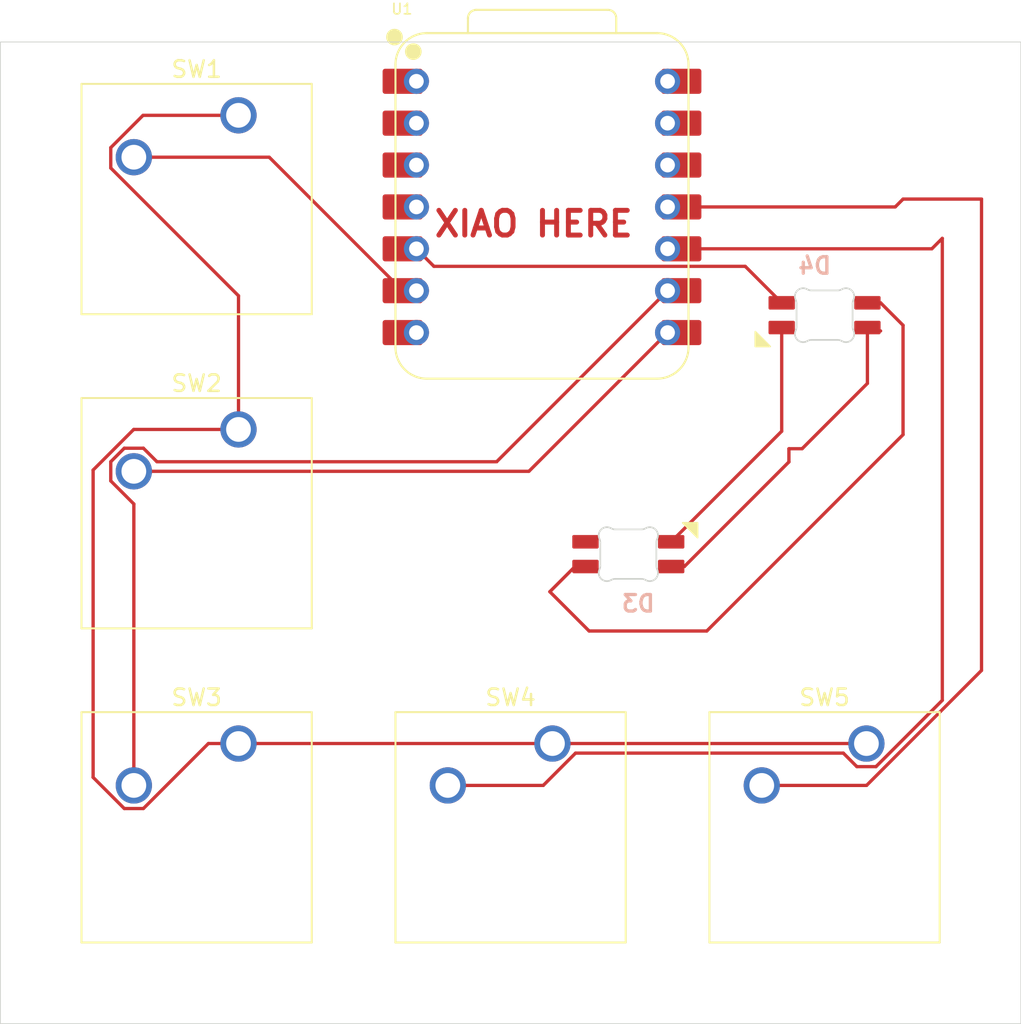
<source format=kicad_pcb>
(kicad_pcb (version 20241229) (generator "pcbnew") (generator_version "9.0")
  (layers (0 "F.Cu" signal) (2 "B.Cu" signal) (13 "F.Paste" user) (15 "B.Paste" user) (5 "F.SilkS" user "F.Silkscreen") (7 "B.SilkS" user "B.Silkscreen") (1 "F.Mask" user) (3 "B.Mask" user) (25 "Edge.Cuts" user))
  (net 0 "")
  (net 1 "Net-(D4-DIN)")
  (net 2 "+5V")
  (net 4 "Net-(D3-VSS)")
  (net 5 "Net-(D3-DIN)")
  (net 6 "GND")
  (net 7 "Net-(U1-GPIO7{slash}SCL)")
  (net 8 "Net-(U1-GPIO1{slash}RX)")
  (net 9 "Net-(U1-GPIO2{slash}SCK)")
  (net 10 "Net-(U1-GPIO4{slash}MISO)")
  (net 11 "Net-(U1-GPIO3{slash}MOSI)")
  (footprint "Button_Switch_Keyboard:SW_Cherry_MX_1.00u_PCB" (layer "F.Cu") (at 159.7025 87.78875)
    (property "Reference" "SW4" (at -2.54 -2.794 0) (layer "F.SilkS"))
    (property "Value" "SW_Push")
    (fp_line (start -9.525 -1.905) (end 4.445 -1.905) (stroke (width 0.12)) (layer "F.SilkS"))
    (fp_line (start -9.525 12.065) (end -9.525 -1.905) (stroke (width 0.12)) (layer "F.SilkS"))
    (fp_line (start 4.445 -1.905) (end 4.445 12.065) (stroke (width 0.12)) (layer "F.SilkS"))
    (fp_line (start 4.445 12.065) (end -9.525 12.065) (stroke (width 0.12)) (layer "F.SilkS"))
    (pad "" np_thru_hole circle (at -7.62 5.08) (size 1.7 1.7) (drill 1.7) (layers "*.Cu" "*.Mask"))
    (pad "" np_thru_hole circle (at -2.54 5.08) (size 4 4) (drill 4) (layers "*.Cu" "*.Mask"))
    (pad "" np_thru_hole circle (at 2.54 5.08) (size 1.7 1.7) (drill 1.7) (layers "*.Cu" "*.Mask"))
    (pad "1" thru_hole circle (at 0 0) (size 2.2 2.2) (drill 1.5) (layers "*.Cu" "*.Mask") (net 6 "GND"))
    (pad "2" thru_hole circle (at -6.35 2.54) (size 2.2 2.2) (drill 1.5) (layers "*.Cu" "*.Mask") (net 10 "Net-(U1-GPIO4{slash}MISO)"))
  )
  (footprint "Button_Switch_Keyboard:SW_Cherry_MX_1.00u_PCB" (layer "F.Cu") (at 178.7525 87.78875)
    (property "Reference" "SW5" (at -2.54 -2.794 0) (layer "F.SilkS"))
    (property "Value" "SW_Push")
    (fp_line (start -9.525 -1.905) (end 4.445 -1.905) (stroke (width 0.12)) (layer "F.SilkS"))
    (fp_line (start -9.525 12.065) (end -9.525 -1.905) (stroke (width 0.12)) (layer "F.SilkS"))
    (fp_line (start 4.445 -1.905) (end 4.445 12.065) (stroke (width 0.12)) (layer "F.SilkS"))
    (fp_line (start 4.445 12.065) (end -9.525 12.065) (stroke (width 0.12)) (layer "F.SilkS"))
    (pad "" np_thru_hole circle (at -7.62 5.08) (size 1.7 1.7) (drill 1.7) (layers "*.Cu" "*.Mask"))
    (pad "" np_thru_hole circle (at -2.54 5.08) (size 4 4) (drill 4) (layers "*.Cu" "*.Mask"))
    (pad "" np_thru_hole circle (at 2.54 5.08) (size 1.7 1.7) (drill 1.7) (layers "*.Cu" "*.Mask"))
    (pad "1" thru_hole circle (at 0 0) (size 2.2 2.2) (drill 1.5) (layers "*.Cu" "*.Mask") (net 6 "GND"))
    (pad "2" thru_hole circle (at -6.35 2.54) (size 2.2 2.2) (drill 1.5) (layers "*.Cu" "*.Mask") (net 11 "Net-(U1-GPIO3{slash}MOSI)"))
  )
  (footprint "Button_Switch_Keyboard:SW_Cherry_MX_1.00u_PCB" (layer "F.Cu") (at 140.6525 87.78875)
    (property "Reference" "SW3" (at -2.54 -2.794 0) (layer "F.SilkS"))
    (property "Value" "SW_Push")
    (fp_line (start -9.525 -1.905) (end 4.445 -1.905) (stroke (width 0.12)) (layer "F.SilkS"))
    (fp_line (start -9.525 12.065) (end -9.525 -1.905) (stroke (width 0.12)) (layer "F.SilkS"))
    (fp_line (start 4.445 -1.905) (end 4.445 12.065) (stroke (width 0.12)) (layer "F.SilkS"))
    (fp_line (start 4.445 12.065) (end -9.525 12.065) (stroke (width 0.12)) (layer "F.SilkS"))
    (pad "" np_thru_hole circle (at -7.62 5.08) (size 1.7 1.7) (drill 1.7) (layers "*.Cu" "*.Mask"))
    (pad "" np_thru_hole circle (at -2.54 5.08) (size 4 4) (drill 4) (layers "*.Cu" "*.Mask"))
    (pad "" np_thru_hole circle (at 2.54 5.08) (size 1.7 1.7) (drill 1.7) (layers "*.Cu" "*.Mask"))
    (pad "1" thru_hole circle (at 0 0) (size 2.2 2.2) (drill 1.5) (layers "*.Cu" "*.Mask") (net 6 "GND"))
    (pad "2" thru_hole circle (at -6.35 2.54) (size 2.2 2.2) (drill 1.5) (layers "*.Cu" "*.Mask") (net 9 "Net-(U1-GPIO2{slash}SCK)"))
  )
  (footprint "OPL Library:XIAO-RP2040-DIP" (layer "F.Cu") (at 159.0675 55.245)
    (property "Reference" "U1" (at -8.5 -12 0) (layer "F.SilkS") (effects (font (size 0.635 0.635) (thickness 0.1016))))
    (property "Value" "XIAO-RP2040-DIP")
    (fp_line (start -8.89 8.509) (end -8.89 -8.636) (stroke (width 0.127)) (layer "F.SilkS"))
    (fp_line (start -6.985 10.414) (end 6.985 10.414) (stroke (width 0.127)) (layer "F.SilkS"))
    (fp_line (start -4.495 -10.541) (end -4.491272 -11.451272) (stroke (width 0.127)) (layer "F.SilkS"))
    (fp_line (start -3.991272 -11.951) (end 4.004 -11.951) (stroke (width 0.127)) (layer "F.SilkS"))
    (fp_line (start 4.504 -11.451) (end 4.504 -10.541) (stroke (width 0.127)) (layer "F.SilkS"))
    (fp_line (start 6.985 -10.541) (end -6.985 -10.541) (stroke (width 0.1)) (layer "F.SilkS"))
    (fp_line (start 6.985 -10.541) (end -6.985 -10.541) (stroke (width 0.127)) (layer "F.SilkS"))
    (fp_line (start 8.89 8.509) (end 8.89 -8.636) (stroke (width 0.127)) (layer "F.SilkS"))
    (fp_arc (start -8.89 -8.636) (mid -8.332038 -9.983038) (end -6.985 -10.541) (stroke (width 0.127)) (layer "F.SilkS"))
    (fp_arc (start -6.985 10.414) (mid -8.332038 9.856038) (end -8.89 8.509) (stroke (width 0.127)) (layer "F.SilkS"))
    (fp_arc (start -4.491272 -11.451272) (mid -4.344728 -11.80464) (end -3.991272 -11.951) (stroke (width 0.127)) (layer "F.SilkS"))
    (fp_arc (start 4.004 -11.951) (mid 4.357553 -11.804553) (end 4.504 -11.451) (stroke (width 0.127)) (layer "F.SilkS"))
    (fp_arc (start 6.985 -10.541) (mid 8.332038 -9.983038) (end 8.89 -8.636) (stroke (width 0.127)) (layer "F.SilkS"))
    (fp_arc (start 8.89 8.509) (mid 8.332038 9.856038) (end 6.985 10.414) (stroke (width 0.127)) (layer "F.SilkS"))
    (fp_circle (center -8.95 -10.3) (end -8.95 -10.554) (stroke (width 0.5)) (fill yes) (layer "F.SilkS"))
    (fp_circle (center -7.807 -9.42) (end -7.807 -9.674) (stroke (width 0.5)) (fill yes) (layer "F.SilkS"))
    (pad "1" smd roundrect (at -8.455 -7.62 180) (size 2.432 1.524) (layers "F.Cu" "F.Mask") (roundrect_rratio 0.1))
    (pad "1" thru_hole circle (at -7.62 -7.62 180) (size 1.524 1.524) (drill 0.889) (layers "*.Cu" "*.Mask"))
    (pad "2" smd roundrect (at -8.455 -5.08 180) (size 2.432 1.524) (layers "F.Cu" "F.Mask") (roundrect_rratio 0.1))
    (pad "2" thru_hole circle (at -7.62 -5.08 180) (size 1.524 1.524) (drill 0.889) (layers "*.Cu" "*.Mask"))
    (pad "3" smd roundrect (at -8.455 -2.54 180) (size 2.432 1.524) (layers "F.Cu" "F.Mask") (roundrect_rratio 0.1))
    (pad "3" thru_hole circle (at -7.62 -2.54 180) (size 1.524 1.524) (drill 0.889) (layers "*.Cu" "*.Mask"))
    (pad "4" smd roundrect (at -8.455 0 180) (size 2.432 1.524) (layers "F.Cu" "F.Mask") (roundrect_rratio 0.1))
    (pad "4" thru_hole circle (at -7.62 0 180) (size 1.524 1.524) (drill 0.889) (layers "*.Cu" "*.Mask"))
    (pad "5" smd roundrect (at -8.455 2.54 180) (size 2.432 1.524) (layers "F.Cu" "F.Mask") (roundrect_rratio 0.1) (net 1 "Net-(D4-DIN)"))
    (pad "5" thru_hole circle (at -7.62 2.54 180) (size 1.524 1.524) (drill 0.889) (layers "*.Cu" "*.Mask") (net 1 "Net-(D4-DIN)"))
    (pad "6" smd roundrect (at -8.455 5.08 180) (size 2.432 1.524) (layers "F.Cu" "F.Mask") (roundrect_rratio 0.1) (net 7 "Net-(U1-GPIO7{slash}SCL)"))
    (pad "6" thru_hole circle (at -7.62 5.08 180) (size 1.524 1.524) (drill 0.889) (layers "*.Cu" "*.Mask") (net 7 "Net-(U1-GPIO7{slash}SCL)"))
    (pad "7" smd roundrect (at -8.455 7.62 180) (size 2.432 1.524) (layers "F.Cu" "F.Mask") (roundrect_rratio 0.1))
    (pad "7" thru_hole circle (at -7.62 7.62 180) (size 1.524 1.524) (drill 0.889) (layers "*.Cu" "*.Mask"))
    (pad "8" thru_hole circle (at 7.62 7.62) (size 1.524 1.524) (drill 0.889) (layers "*.Cu" "*.Mask") (net 8 "Net-(U1-GPIO1{slash}RX)"))
    (pad "8" smd roundrect (at 8.455 7.62) (size 2.432 1.524) (layers "F.Cu" "F.Mask") (roundrect_rratio 0.1) (net 8 "Net-(U1-GPIO1{slash}RX)"))
    (pad "9" thru_hole circle (at 7.62 5.08) (size 1.524 1.524) (drill 0.889) (layers "*.Cu" "*.Mask") (net 9 "Net-(U1-GPIO2{slash}SCK)"))
    (pad "9" smd roundrect (at 8.455 5.08) (size 2.432 1.524) (layers "F.Cu" "F.Mask") (roundrect_rratio 0.1) (net 9 "Net-(U1-GPIO2{slash}SCK)"))
    (pad "10" thru_hole circle (at 7.62 2.54) (size 1.524 1.524) (drill 0.889) (layers "*.Cu" "*.Mask") (net 10 "Net-(U1-GPIO4{slash}MISO)"))
    (pad "10" smd roundrect (at 8.455 2.54) (size 2.432 1.524) (layers "F.Cu" "F.Mask") (roundrect_rratio 0.1) (net 10 "Net-(U1-GPIO4{slash}MISO)"))
    (pad "11" thru_hole circle (at 7.62 0) (size 1.524 1.524) (drill 0.889) (layers "*.Cu" "*.Mask") (net 11 "Net-(U1-GPIO3{slash}MOSI)"))
    (pad "11" smd roundrect (at 8.455 0) (size 2.432 1.524) (layers "F.Cu" "F.Mask") (roundrect_rratio 0.1) (net 11 "Net-(U1-GPIO3{slash}MOSI)"))
    (pad "12" thru_hole circle (at 7.62 -2.54) (size 1.524 1.524) (drill 0.889) (layers "*.Cu" "*.Mask"))
    (pad "12" smd roundrect (at 8.455 -2.54) (size 2.432 1.524) (layers "F.Cu" "F.Mask") (roundrect_rratio 0.1))
    (pad "13" thru_hole circle (at 7.62 -5.08) (size 1.524 1.524) (drill 0.889) (layers "*.Cu" "*.Mask"))
    (pad "13" smd roundrect (at 8.455 -5.08) (size 2.432 1.524) (layers "F.Cu" "F.Mask") (roundrect_rratio 0.1))
    (pad "14" thru_hole circle (at 7.62 -7.62) (size 1.524 1.524) (drill 0.889) (layers "*.Cu" "*.Mask"))
    (pad "14" smd roundrect (at 8.455 -7.62) (size 2.432 1.524) (layers "F.Cu" "F.Mask") (roundrect_rratio 0.1))
  )
  (footprint "Button_Switch_Keyboard:SW_Cherry_MX_1.00u_PCB" (layer "F.Cu") (at 140.6525 49.68875)
    (property "Reference" "SW1" (at -2.54 -2.794 0) (layer "F.SilkS"))
    (property "Value" "SW_Push")
    (fp_line (start -9.525 -1.905) (end 4.445 -1.905) (stroke (width 0.12)) (layer "F.SilkS"))
    (fp_line (start -9.525 12.065) (end -9.525 -1.905) (stroke (width 0.12)) (layer "F.SilkS"))
    (fp_line (start 4.445 -1.905) (end 4.445 12.065) (stroke (width 0.12)) (layer "F.SilkS"))
    (fp_line (start 4.445 12.065) (end -9.525 12.065) (stroke (width 0.12)) (layer "F.SilkS"))
    (pad "" np_thru_hole circle (at -7.62 5.08) (size 1.7 1.7) (drill 1.7) (layers "*.Cu" "*.Mask"))
    (pad "" np_thru_hole circle (at -2.54 5.08) (size 4 4) (drill 4) (layers "*.Cu" "*.Mask"))
    (pad "" np_thru_hole circle (at 2.54 5.08) (size 1.7 1.7) (drill 1.7) (layers "*.Cu" "*.Mask"))
    (pad "1" thru_hole circle (at 0 0) (size 2.2 2.2) (drill 1.5) (layers "*.Cu" "*.Mask") (net 6 "GND"))
    (pad "2" thru_hole circle (at -6.35 2.54) (size 2.2 2.2) (drill 1.5) (layers "*.Cu" "*.Mask") (net 7 "Net-(U1-GPIO7{slash}SCL)"))
  )
  (footprint "Button_Switch_Keyboard:SW_Cherry_MX_1.00u_PCB" (layer "F.Cu") (at 140.6525 68.73875)
    (property "Reference" "SW2" (at -2.54 -2.794 0) (layer "F.SilkS"))
    (property "Value" "SW_Push")
    (fp_line (start -9.525 -1.905) (end 4.445 -1.905) (stroke (width 0.12)) (layer "F.SilkS"))
    (fp_line (start -9.525 12.065) (end -9.525 -1.905) (stroke (width 0.12)) (layer "F.SilkS"))
    (fp_line (start 4.445 -1.905) (end 4.445 12.065) (stroke (width 0.12)) (layer "F.SilkS"))
    (fp_line (start 4.445 12.065) (end -9.525 12.065) (stroke (width 0.12)) (layer "F.SilkS"))
    (pad "" np_thru_hole circle (at -7.62 5.08) (size 1.7 1.7) (drill 1.7) (layers "*.Cu" "*.Mask"))
    (pad "" np_thru_hole circle (at -2.54 5.08) (size 4 4) (drill 4) (layers "*.Cu" "*.Mask"))
    (pad "" np_thru_hole circle (at 2.54 5.08) (size 1.7 1.7) (drill 1.7) (layers "*.Cu" "*.Mask"))
    (pad "1" thru_hole circle (at 0 0) (size 2.2 2.2) (drill 1.5) (layers "*.Cu" "*.Mask") (net 6 "GND"))
    (pad "2" thru_hole circle (at -6.35 2.54) (size 2.2 2.2) (drill 1.5) (layers "*.Cu" "*.Mask") (net 8 "Net-(U1-GPIO1{slash}RX)"))
  )
  (footprint "SK6812MINIE:SK6812MINI-E_fixed" (layer "B.Cu") (at 164.30625 76.2)
    (property "Reference" "D3" (at 0.6 3.1 0) (layer "B.SilkS") (effects (font (thickness 0.2) (bold yes)) (justify mirror)))
    (property "Value" "SK6812MINI-E")
    (fp_poly (pts (xy 4.200001 -0.897158) (xy 3.300001 -1.797158) (xy 4.200001 -1.797158)) (stroke (width 0.1)) (fill yes) (layer "F.SilkS"))
    (fp_line (start -1.699998 -0.6) (end -1.699998 0.805684) (stroke (width 0.1)) (layer "Edge.Cuts"))
    (fp_line (start -0.794451 1.602841) (end 0.794454 1.602841) (stroke (width 0.1)) (layer "Edge.Cuts"))
    (fp_line (start 0.794453 -1.397158) (end -0.794451 -1.397158) (stroke (width 0.1)) (layer "Edge.Cuts"))
    (fp_line (start 1.7 0.805684) (end 1.7 -0.6) (stroke (width 0.1)) (layer "Edge.Cuts"))
    (fp_arc (start -1.749483 -0.816878) (mid -1.712526 -0.711226) (end -1.699998 -0.600001) (stroke (width 0.1)) (layer "Edge.Cuts"))
    (fp_arc (start -1.749483 -0.816878) (mid -1.638069 -1.401192) (end -1.04671 -1.465455) (stroke (width 0.1)) (layer "Edge.Cuts"))
    (fp_arc (start -1.699998 0.805684) (mid -1.712526 0.91691) (end -1.749483 1.022562) (stroke (width 0.1)) (layer "Edge.Cuts"))
    (fp_arc (start -1.04671 1.671141) (mid -1.63807 1.606877) (end -1.749483 1.022562) (stroke (width 0.1)) (layer "Edge.Cuts"))
    (fp_arc (start -1.04671 1.671141) (mid -0.925122 1.620219) (end -0.794452 1.602842) (stroke (width 0.1)) (layer "Edge.Cuts"))
    (fp_arc (start -0.794451 -1.397158) (mid -0.925121 -1.414535) (end -1.046709 -1.465457) (stroke (width 0.1)) (layer "Edge.Cuts"))
    (fp_arc (start 0.794454 1.602841) (mid 0.925124 1.620218) (end 1.046712 1.67114) (stroke (width 0.1)) (layer "Edge.Cuts"))
    (fp_arc (start 1.046712 -1.465457) (mid 0.925124 -1.414535) (end 0.794453 -1.397158) (stroke (width 0.1)) (layer "Edge.Cuts"))
    (fp_arc (start 1.046712 -1.465457) (mid 1.638073 -1.401193) (end 1.749485 -0.816877) (stroke (width 0.1)) (layer "Edge.Cuts"))
    (fp_arc (start 1.7 -0.6) (mid 1.712528 -0.711226) (end 1.749485 -0.816878) (stroke (width 0.1)) (layer "Edge.Cuts"))
    (fp_arc (start 1.749485 1.022562) (mid 1.638072 1.606877) (end 1.046712 1.67114) (stroke (width 0.1)) (layer "Edge.Cuts"))
    (fp_arc (start 1.749485 1.022562) (mid 1.712532 0.91691) (end 1.7 0.805685) (stroke (width 0.1)) (layer "Edge.Cuts"))
    (pad "1" smd roundrect (at -2.599999 0.852842 90) (size 0.82 1.6) (layers "F.Cu" "F.Mask" "F.Paste") (roundrect_rratio 0.1) (net 2 "+5V"))
    (pad "2" smd roundrect (at -2.599999 -0.647158 90) (size 0.82 1.6) (layers "F.Cu" "F.Mask" "F.Paste") (roundrect_rratio 0.1))
    (pad "3" smd roundrect (at 2.600001 -0.647158 90) (size 0.82 1.6) (layers "F.Cu" "F.Mask" "F.Paste") (roundrect_rratio 0.1) (net 4 "Net-(D3-VSS)"))
    (pad "4" smd roundrect (at 2.600001 0.852842 90) (size 0.82 1.6) (layers "F.Cu" "F.Mask" "F.Paste") (roundrect_rratio 0.1) (net 5 "Net-(D3-DIN)"))
  )
  (footprint "SK6812MINIE:SK6812MINI-E_fixed" (layer "B.Cu") (at 176.2125 61.9125 180)
    (property "Reference" "D4" (at 0.6 3.1 0) (layer "B.SilkS") (effects (font (thickness 0.2) (bold yes)) (justify mirror)))
    (property "Value" "SK6812MINI-E")
    (fp_poly (pts (xy 4.200001 -0.897158) (xy 3.300001 -1.797158) (xy 4.200001 -1.797158)) (stroke (width 0.1)) (fill yes) (layer "F.SilkS"))
    (fp_line (start 1.7 0.805684) (end 1.7 -0.6) (stroke (width 0.1)) (layer "Edge.Cuts"))
    (fp_line (start 0.794453 -1.397158) (end -0.794451 -1.397158) (stroke (width 0.1)) (layer "Edge.Cuts"))
    (fp_line (start -0.794451 1.602841) (end 0.794454 1.602841) (stroke (width 0.1)) (layer "Edge.Cuts"))
    (fp_line (start -1.699998 -0.6) (end -1.699998 0.805684) (stroke (width 0.1)) (layer "Edge.Cuts"))
    (fp_arc (start 1.749485 1.022562) (mid 1.712532 0.91691) (end 1.7 0.805685) (stroke (width 0.1)) (layer "Edge.Cuts"))
    (fp_arc (start 1.749485 1.022562) (mid 1.638072 1.606877) (end 1.046712 1.67114) (stroke (width 0.1)) (layer "Edge.Cuts"))
    (fp_arc (start 1.7 -0.6) (mid 1.712528 -0.711226) (end 1.749485 -0.816878) (stroke (width 0.1)) (layer "Edge.Cuts"))
    (fp_arc (start 1.046712 -1.465457) (mid 1.638073 -1.401193) (end 1.749485 -0.816877) (stroke (width 0.1)) (layer "Edge.Cuts"))
    (fp_arc (start 1.046712 -1.465457) (mid 0.925124 -1.414535) (end 0.794453 -1.397158) (stroke (width 0.1)) (layer "Edge.Cuts"))
    (fp_arc (start 0.794454 1.602841) (mid 0.925124 1.620218) (end 1.046712 1.67114) (stroke (width 0.1)) (layer "Edge.Cuts"))
    (fp_arc (start -0.794451 -1.397158) (mid -0.925121 -1.414535) (end -1.046709 -1.465457) (stroke (width 0.1)) (layer "Edge.Cuts"))
    (fp_arc (start -1.04671 1.671141) (mid -0.925122 1.620219) (end -0.794452 1.602842) (stroke (width 0.1)) (layer "Edge.Cuts"))
    (fp_arc (start -1.04671 1.671141) (mid -1.63807 1.606877) (end -1.749483 1.022562) (stroke (width 0.1)) (layer "Edge.Cuts"))
    (fp_arc (start -1.699998 0.805684) (mid -1.712526 0.91691) (end -1.749483 1.022562) (stroke (width 0.1)) (layer "Edge.Cuts"))
    (fp_arc (start -1.749483 -0.816878) (mid -1.638069 -1.401192) (end -1.04671 -1.465455) (stroke (width 0.1)) (layer "Edge.Cuts"))
    (fp_arc (start -1.749483 -0.816878) (mid -1.712526 -0.711226) (end -1.699998 -0.600001) (stroke (width 0.1)) (layer "Edge.Cuts"))
    (pad "1" smd roundrect (at -2.599999 0.852842 270) (size 0.82 1.6) (layers "F.Cu" "F.Mask" "F.Paste") (roundrect_rratio 0.1) (net 2 "+5V"))
    (pad "2" smd roundrect (at -2.599999 -0.647158 270) (size 0.82 1.6) (layers "F.Cu" "F.Mask" "F.Paste") (roundrect_rratio 0.1) (net 5 "Net-(D3-DIN)"))
    (pad "3" smd roundrect (at 2.600001 -0.647158 270) (size 0.82 1.6) (layers "F.Cu" "F.Mask" "F.Paste") (roundrect_rratio 0.1) (net 4 "Net-(D3-VSS)"))
    (pad "4" smd roundrect (at 2.600001 0.852842 270) (size 0.82 1.6) (layers "F.Cu" "F.Mask" "F.Paste") (roundrect_rratio 0.1) (net 1 "Net-(D4-DIN)"))
  )
  (gr_rect (start 126.20625 45.24375) (end 188.11875 104.775) (stroke (width 0.05)) (fill no) (layer "Edge.Cuts"))
  (gr_text "XIAO HERE" (at 152.4 57.15 0) (layer "F.Cu") (effects (font (size 1.5 1.5) (thickness 0.3) (bold yes)) (justify left bottom)))
  (segment (start 171.400841 58.848) (end 173.612499 61.059658) (width 0.2) (layer "F.Cu") (net 1))
  (segment (start 152.5105 58.848) (end 171.400841 58.848) (width 0.2) (layer "F.Cu") (net 1))
  (segment (start 151.4475 57.785) (end 152.5105 58.848) (width 0.2) (layer "F.Cu") (net 1))
  (segment (start 159.54375 78.58125) (end 161.072158 77.052842) (width 0.2) (layer "F.Cu") (net 2))
  (segment (start 161.925 80.9625) (end 159.54375 78.58125) (width 0.2) (layer "F.Cu") (net 2))
  (segment (start 169.06875 80.9625) (end 161.925 80.9625) (width 0.2) (layer "F.Cu") (net 2))
  (segment (start 180.975 62.422159) (end 180.975 69.05625) (width 0.2) (layer "F.Cu") (net 2))
  (segment (start 180.975 69.05625) (end 169.06875 80.9625) (width 0.2) (layer "F.Cu") (net 2))
  (segment (start 161.072158 77.052842) (end 161.706251 77.052842) (width 0.2) (layer "F.Cu") (net 2))
  (segment (start 178.812499 61.059658) (end 179.612499 61.059658) (width 0.2) (layer "F.Cu") (net 2))
  (segment (start 179.612499 61.059658) (end 180.975 62.422159) (width 0.2) (layer "F.Cu") (net 2))
  (segment (start 173.612499 68.846594) (end 173.612499 62.559658) (width 0.2) (layer "F.Cu") (net 4))
  (segment (start 166.906251 75.552842) (end 173.612499 68.846594) (width 0.2) (layer "F.Cu") (net 4))
  (segment (start 167.706251 77.052842) (end 174.050001 70.709092) (width 0.2) (layer "F.Cu") (net 5))
  (segment (start 178.812499 65.946594) (end 174.850001 69.909092) (width 0.2) (layer "F.Cu") (net 5))
  (segment (start 174.850001 69.909092) (end 174.050001 69.909092) (width 0.2) (layer "F.Cu") (net 5))
  (segment (start 166.906251 77.052842) (end 167.706251 77.052842) (width 0.2) (layer "F.Cu") (net 5))
  (segment (start 178.812499 62.559658) (end 178.812499 65.946594) (width 0.2) (layer "F.Cu") (net 5))
  (segment (start 179.612501 62.765342) (end 178.812501 62.765342) (width 0.2) (layer "F.Cu") (net 5))
  (segment (start 174.050001 70.709092) (end 174.050001 69.909092) (width 0.2) (layer "F.Cu") (net 5))
  (segment (start 138.823814 87.78875) (end 134.882814 91.72975) (width 0.2) (layer "F.Cu") (net 6))
  (segment (start 133.722186 91.72975) (end 131.8315 89.839064) (width 0.2) (layer "F.Cu") (net 6))
  (segment (start 140.6525 49.68875) (end 134.861186 49.68875) (width 0.2) (layer "F.Cu") (net 6))
  (segment (start 159.7025 87.78875) (end 178.7525 87.78875) (width 0.2) (layer "F.Cu") (net 6))
  (segment (start 134.861186 49.68875) (end 132.9015 51.648436) (width 0.2) (layer "F.Cu") (net 6))
  (segment (start 140.6525 87.78875) (end 159.7025 87.78875) (width 0.2) (layer "F.Cu") (net 6))
  (segment (start 132.9015 52.882566) (end 140.6525 60.633566) (width 0.2) (layer "F.Cu") (net 6))
  (segment (start 131.8315 71.201336) (end 134.294086 68.73875) (width 0.2) (layer "F.Cu") (net 6))
  (segment (start 140.6525 87.78875) (end 138.823814 87.78875) (width 0.2) (layer "F.Cu") (net 6))
  (segment (start 140.6525 60.633566) (end 140.6525 68.73875) (width 0.2) (layer "F.Cu") (net 6))
  (segment (start 131.8315 89.839064) (end 131.8315 71.201336) (width 0.2) (layer "F.Cu") (net 6))
  (segment (start 134.882814 91.72975) (end 133.722186 91.72975) (width 0.2) (layer "F.Cu") (net 6))
  (segment (start 134.294086 68.73875) (end 140.6525 68.73875) (width 0.2) (layer "F.Cu") (net 6))
  (segment (start 132.9015 51.648436) (end 132.9015 52.882566) (width 0.2) (layer "F.Cu") (net 6))
  (segment (start 142.51625 52.22875) (end 150.6125 60.325) (width 0.2) (layer "F.Cu") (net 7))
  (segment (start 150.6125 60.325) (end 151.4475 60.325) (width 0.2) (layer "F.Cu") (net 7))
  (segment (start 134.3025 52.22875) (end 142.51625 52.22875) (width 0.2) (layer "F.Cu") (net 7))
  (segment (start 134.3025 71.27875) (end 158.27375 71.27875) (width 0.2) (layer "F.Cu") (net 8))
  (segment (start 158.27375 71.27875) (end 166.6875 62.865) (width 0.2) (layer "F.Cu") (net 8))
  (segment (start 156.314064 70.698436) (end 166.6875 60.325) (width 0.2) (layer "F.Cu") (net 9))
  (segment (start 134.3025 73.260064) (end 132.9015 71.859064) (width 0.2) (layer "F.Cu") (net 9))
  (segment (start 132.9015 71.859064) (end 132.9015 70.698436) (width 0.2) (layer "F.Cu") (net 9))
  (segment (start 134.3025 90.32875) (end 134.3025 73.260064) (width 0.2) (layer "F.Cu") (net 9))
  (segment (start 134.882814 69.87775) (end 135.7035 70.698436) (width 0.2) (layer "F.Cu") (net 9))
  (segment (start 132.9015 70.698436) (end 133.722186 69.87775) (width 0.2) (layer "F.Cu") (net 9))
  (segment (start 135.7035 70.698436) (end 156.314064 70.698436) (width 0.2) (layer "F.Cu") (net 9))
  (segment (start 133.722186 69.87775) (end 134.882814 69.87775) (width 0.2) (layer "F.Cu") (net 9))
  (segment (start 161.1035 88.369064) (end 177.3515 88.369064) (width 0.2) (layer "F.Cu") (net 10))
  (segment (start 159.143814 90.32875) (end 161.1035 88.369064) (width 0.2) (layer "F.Cu") (net 10))
  (segment (start 178.172186 89.18975) (end 179.332814 89.18975) (width 0.2) (layer "F.Cu") (net 10))
  (segment (start 153.3525 90.32875) (end 159.143814 90.32875) (width 0.2) (layer "F.Cu") (net 10))
  (segment (start 179.332814 89.18975) (end 183.35625 85.166314) (width 0.2) (layer "F.Cu") (net 10))
  (segment (start 183.35625 57.15) (end 182.72125 57.785) (width 0.2) (layer "F.Cu") (net 10))
  (segment (start 177.3515 88.369064) (end 178.172186 89.18975) (width 0.2) (layer "F.Cu") (net 10))
  (segment (start 182.72125 57.785) (end 167.5225 57.785) (width 0.2) (layer "F.Cu") (net 10))
  (segment (start 183.35625 85.166314) (end 183.35625 57.15) (width 0.2) (layer "F.Cu") (net 10))
  (segment (start 178.760914 90.32875) (end 185.7375 83.352164) (width 0.2) (layer "F.Cu") (net 11))
  (segment (start 185.7375 54.76875) (end 180.975 54.76875) (width 0.2) (layer "F.Cu") (net 11))
  (segment (start 180.975 54.76875) (end 180.49875 55.245) (width 0.2) (layer "F.Cu") (net 11))
  (segment (start 185.7375 83.352164) (end 185.7375 54.76875) (width 0.2) (layer "F.Cu") (net 11))
  (segment (start 180.49875 55.245) (end 167.5225 55.245) (width 0.2) (layer "F.Cu") (net 11))
  (segment (start 172.4025 90.32875) (end 178.760914 90.32875) (width 0.2) (layer "F.Cu") (net 11))
)
</source>
